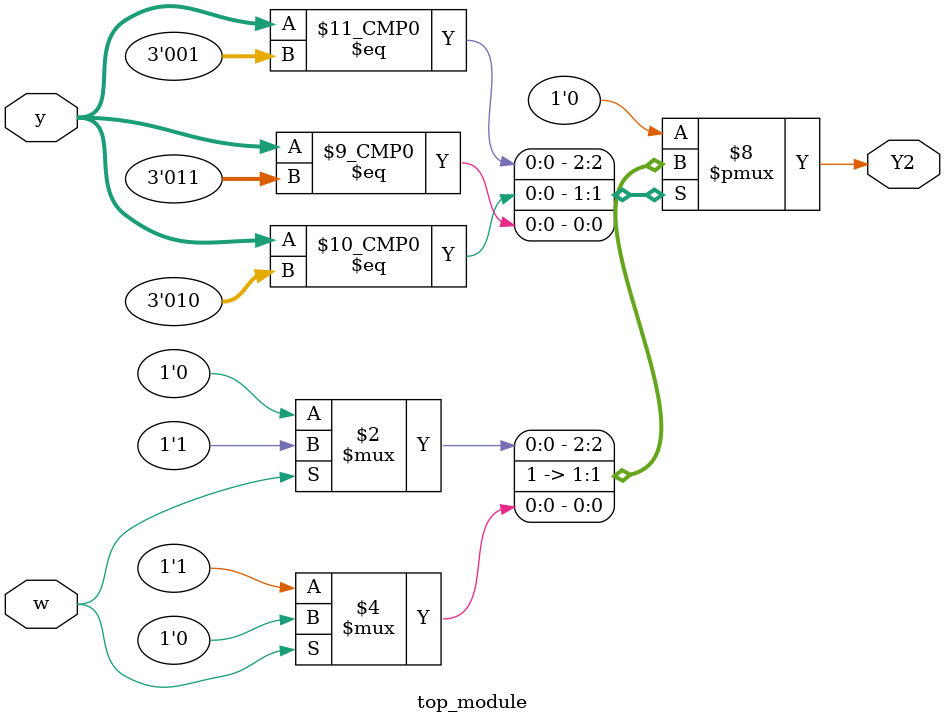
<source format=sv>
module top_module(
    input [3:1] y,
    input w,
    output reg Y2);

    always @(*) begin
        case (y)
            3'b000: Y2 = 1'b0; // A
            3'b001: Y2 = w ? 1'b1 : 1'b0; // B
            3'b010: Y2 = w ? 1'b1 : 1'b1; // C 
            3'b011: Y2 = w ? 1'b0 : 1'b1; // D
            3'b100: Y2 = 1'b0; // E
            3'b101: Y2 = 1'b0; // F
            default: Y2 = 1'b0; // default case
        endcase
    end
endmodule

</source>
